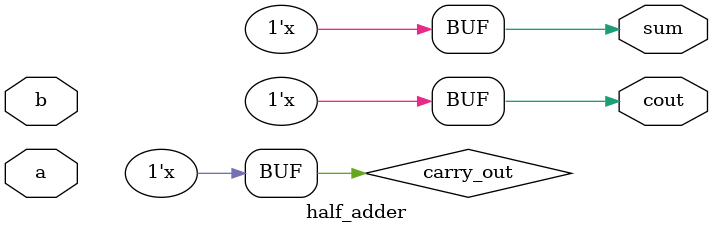
<source format=v>
module half_adder( 
input a, b,
output cout, sum );

wire carry_out;
wire sum;

assign cout = sum + carry_out;
assign carry_out = a[0] + b[0] + (sum[0] == 0);
assign sum = a[1] + b[1] + carry_out;

endmodule

</source>
